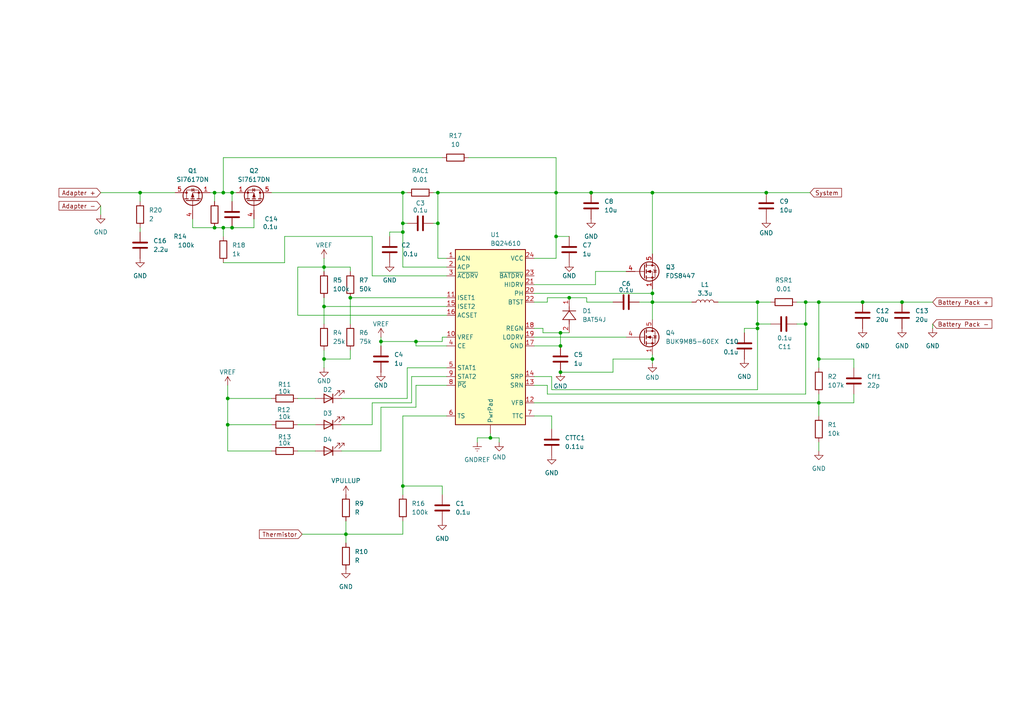
<source format=kicad_sch>
(kicad_sch (version 20250114) (generator "eeschema") (generator_version "9.0")
  (paper "A4")
  (lib_symbols
    (symbol "Battery_Management:BQ24610"
      (property "Reference" "U1" (at 0 29.718 0))
      (property "Value" "BQ24610" (at 0 27.178 0))
      (symbol "BQ24610_1_1"
        (rectangle (start -10.16 25.4) (end 10.16 -25.4) (stroke (width 0.254)) (fill (type background)))
        (pin input line (at -12.7 22.86 0) (length 2.54) (name "ACN") (number "1"))
        (pin input line (at -12.7 20.32 0) (length 2.54) (name "ACP") (number "2"))
        (pin output line (at -12.7 17.78 0) (length 2.54) (name "~{ACDRV}") (number "3"))
        (pin input line (at -12.7 11.43 0) (length 2.54) (name "ISET1") (number "11"))
        (pin input line (at -12.7 8.89 0) (length 2.54) (name "ISET2") (number "15"))
        (pin input line (at -12.7 6.35 0) (length 2.54) (name "ACSET") (number "16"))
        (pin power_out line (at -12.7 0 0) (length 2.54) (name "VREF") (number "10"))
        (pin input line (at -12.7 -2.54 0) (length 2.54) (name "CE") (number "4"))
        (pin open_collector line (at -12.7 -8.89 0) (length 2.54) (name "STAT1") (number "5"))
        (pin open_collector line (at -12.7 -11.43 0) (length 2.54) (name "STAT2") (number "9"))
        (pin open_collector line (at -12.7 -13.97 0) (length 2.54) (name "~{PG}") (number "8"))
        (pin input line (at -12.7 -22.86 0) (length 2.54) (name "TS") (number "6"))
        (pin power_in line (at 0 -27.94 90) (length 2.54) (name "PwrPad") (number ""))
        (pin passive line (at 0 -27.94 90) (length 2.54) (hide yes) (name "GND") (number "25"))
        (pin power_in line (at 12.7 22.86 180) (length 2.54) (name "VCC") (number "24"))
        (pin output line (at 12.7 17.78 180) (length 2.54) (name "~{BATDRV}") (number "23"))
        (pin output line (at 12.7 15.24 180) (length 2.54) (name "HIDRV") (number "21"))
        (pin power_in line (at 12.7 12.7 180) (length 2.54) (name "PH") (number "20"))
        (pin power_in line (at 12.7 10.16 180) (length 2.54) (name "BTST") (number "22"))
        (pin output line (at 12.7 2.54 180) (length 2.54) (name "REGN") (number "18"))
        (pin output line (at 12.7 0 180) (length 2.54) (name "LODRV") (number "19"))
        (pin power_in line (at 12.7 -2.54 180) (length 2.54) (name "GND") (number "17"))
        (pin input line (at 12.7 -11.43 180) (length 2.54) (name "SRP") (number "14"))
        (pin input line (at 12.7 -13.97 180) (length 2.54) (name "SRN") (number "13"))
        (pin output line (at 12.7 -19.05 180) (length 2.54) (name "VFB") (number "12"))
        (pin input line (at 12.7 -22.86 180) (length 2.54) (name "TTC") (number "7"))
      )
    )
    (symbol "D1 Senior Design:ZLLS350TA" (pin_names (offset 0.254))
      (property "Reference" "CR" (at 5.08 4.445 0))
      (property "Value" "ZLLS350TA" (at 5.08 -3.81 0))
      (symbol "ZLLS350TA_1_1"
        (polyline (pts (xy 2.54 0) (xy 3.4798 0)) (stroke (width 0.2032)))
        (polyline (pts (xy 3.175 0) (xy 3.81 0)) (stroke (width 0.2032)))
        (polyline (pts (xy 3.81 1.905) (xy 3.81 -1.905)) (stroke (width 0.2032)))
        (polyline (pts (xy 3.81 -1.905) (xy 6.35 0)) (stroke (width 0.2032)))
        (polyline (pts (xy 6.35 0) (xy 3.81 1.905)) (stroke (width 0.2032)))
        (polyline (pts (xy 6.35 0) (xy 7.62 0)) (stroke (width 0.2032)))
        (polyline (pts (xy 6.35 -1.905) (xy 6.35 1.905)) (stroke (width 0.2032)))
        (pin unspecified line (at 0 0 0) (length 2.54) (name "") (number "2"))
        (pin unspecified line (at 10.16 0 180) (length 2.54) (name "") (number "1"))
      )
      (symbol "ZLLS350TA_1_2"
        (polyline (pts (xy -1.905 3.81) (xy 1.905 3.81)) (stroke (width 0.2032)))
        (polyline (pts (xy 0 6.35) (xy -1.905 3.81)) (stroke (width 0.2032)))
        (polyline (pts (xy 0 6.35) (xy 0 7.62)) (stroke (width 0.2032)))
        (polyline (pts (xy 0 3.175) (xy 0 3.81)) (stroke (width 0.2032)))
        (polyline (pts (xy 0 2.54) (xy 0 3.4798)) (stroke (width 0.2032)))
        (polyline (pts (xy 1.905 6.35) (xy -1.905 6.35)) (stroke (width 0.2032)))
        (polyline (pts (xy 1.905 3.81) (xy 0 6.35)) (stroke (width 0.2032)))
        (pin unspecified line (at 0 10.16 270) (length 2.54) (name "") (number "1"))
        (pin unspecified line (at 0 0 90) (length 2.54) (name "") (number "2"))
      )
    )
    (symbol "Device:C" (pin_numbers (hide yes)) (pin_names (offset 0.254))
      (property "Reference" "C" (at 0.635 2.54 0))
      (property "Value" "C" (at 0.635 -2.54 0))
      (symbol "C_0_1"
        (polyline (pts (xy -2.032 0.762) (xy 2.032 0.762)) (stroke (width 0.508)))
        (polyline (pts (xy -2.032 -0.762) (xy 2.032 -0.762)) (stroke (width 0.508)))
      )
      (symbol "C_1_1"
        (pin passive line (at 0 3.81 270) (length 2.794) (name "~") (number "1"))
        (pin passive line (at 0 -3.81 90) (length 2.794) (name "~") (number "2"))
      )
    )
    (symbol "Device:L" (pin_numbers (hide yes)) (pin_names (offset 1.016) (hide yes))
      (property "Reference" "L" (at -1.27 0 90))
      (property "Value" "L" (at 1.905 0 90))
      (symbol "L_0_1"
        (arc (start 0 2.54) (mid 0.6323 1.905) (end 0 1.27))
        (arc (start 0 1.27) (mid 0.6323 0.635) (end 0 0))
        (arc (start 0 0) (mid 0.6323 -0.635) (end 0 -1.27))
        (arc (start 0 -1.27) (mid 0.6323 -1.905) (end 0 -2.54))
      )
      (symbol "L_1_1"
        (pin passive line (at 0 3.81 270) (length 1.27) (name "1") (number "1"))
        (pin passive line (at 0 -3.81 90) (length 1.27) (name "2") (number "2"))
      )
    )
    (symbol "Device:LED" (pin_numbers (hide yes)) (pin_names (offset 1.016) (hide yes))
      (property "Reference" "D" (at 0 2.54 0))
      (property "Value" "LED" (at 0 -2.54 0))
      (symbol "LED_0_1"
        (polyline (pts (xy -3.048 -0.762) (xy -4.572 -2.286) (xy -3.81 -2.286) (xy -4.572 -2.286) (xy -4.572 -1.524)))
        (polyline (pts (xy -1.778 -0.762) (xy -3.302 -2.286) (xy -2.54 -2.286) (xy -3.302 -2.286) (xy -3.302 -1.524)))
        (polyline (pts (xy -1.27 0) (xy 1.27 0)))
        (polyline (pts (xy -1.27 -1.27) (xy -1.27 1.27)) (stroke (width 0.254)))
        (polyline (pts (xy 1.27 -1.27) (xy 1.27 1.27) (xy -1.27 0) (xy 1.27 -1.27)) (stroke (width 0.254)))
      )
      (symbol "LED_1_1"
        (pin passive line (at -3.81 0 0) (length 2.54) (name "K") (number "1"))
        (pin passive line (at 3.81 0 180) (length 2.54) (name "A") (number "2"))
      )
    )
    (symbol "Device:R" (pin_numbers (hide yes)) (pin_names (offset 0))
      (property "Reference" "R" (at 2.032 0 90))
      (property "Value" "R" (at 0 0 90))
      (symbol "R_0_1"
        (rectangle (start -1.016 -2.54) (end 1.016 2.54) (stroke (width 0.254)))
      )
      (symbol "R_1_1"
        (pin passive line (at 0 3.81 270) (length 1.27) (name "~") (number "1"))
        (pin passive line (at 0 -3.81 90) (length 1.27) (name "~") (number "2"))
      )
    )
    (symbol "Transistor_FET:BUK9M85-60EX" (pin_names (hide yes))
      (property "Reference" "Q" (at 5.08 1.905 0))
      (property "Value" "BUK9M85-60EX" (at 5.08 0 0))
      (symbol "BUK9M85-60EX_0_1"
        (polyline (pts (xy 0.254 1.905) (xy 0.254 -1.905)) (stroke (width 0.254)))
        (polyline (pts (xy 0.254 0) (xy -2.54 0)))
        (polyline (pts (xy 0.762 2.286) (xy 0.762 1.27)) (stroke (width 0.254)))
        (polyline (pts (xy 0.762 0.508) (xy 0.762 -0.508)) (stroke (width 0.254)))
        (polyline (pts (xy 0.762 -1.27) (xy 0.762 -2.286)) (stroke (width 0.254)))
        (polyline (pts (xy 0.762 -1.778) (xy 3.302 -1.778) (xy 3.302 1.778) (xy 0.762 1.778)))
        (polyline (pts (xy 1.016 0) (xy 2.032 0.381) (xy 2.032 -0.381) (xy 1.016 0)) (fill (type outline)))
        (circle (center 1.651 0) (radius 2.794) (stroke (width 0.254)))
        (polyline (pts (xy 2.54 2.54) (xy 2.54 1.778)))
        (circle (center 2.54 1.778) (radius 0.254) (fill (type outline)))
        (circle (center 2.54 -1.778) (radius 0.254) (fill (type outline)))
        (polyline (pts (xy 2.54 -2.54) (xy 2.54 0) (xy 0.762 0)))
        (polyline (pts (xy 2.794 0.508) (xy 2.921 0.381) (xy 3.683 0.381) (xy 3.81 0.254)))
        (polyline (pts (xy 3.302 0.381) (xy 2.921 -0.254) (xy 3.683 -0.254) (xy 3.302 0.381)))
      )
      (symbol "BUK9M85-60EX_1_1"
        (pin passive line (at -5.08 0 0) (length 2.54) (name "G") (number "4"))
        (pin passive line (at 2.54 5.08 270) (length 2.54) (name "D") (number "5"))
        (pin passive line (at 2.54 -5.08 90) (length 2.54) (name "S") (number "1"))
        (pin passive line (at 2.54 -5.08 90) (length 2.54) (hide yes) (name "S") (number "2"))
        (pin passive line (at 2.54 -5.08 90) (length 2.54) (hide yes) (name "S") (number "3"))
      )
    )
    (symbol "Transistor_FET:Si7617DN" (pin_names (hide yes))
      (property "Reference" "Q" (at 5.08 1.905 0))
      (property "Value" "Si7617DN" (at 5.08 0 0))
      (symbol "Si7617DN_0_1"
        (polyline (pts (xy 0.254 1.905) (xy 0.254 -1.905)) (stroke (width 0.254)))
        (polyline (pts (xy 0.254 0) (xy -2.54 0)))
        (polyline (pts (xy 0.762 2.286) (xy 0.762 1.27)) (stroke (width 0.254)))
        (polyline (pts (xy 0.762 1.778) (xy 3.302 1.778) (xy 3.302 -1.778) (xy 0.762 -1.778)))
        (polyline (pts (xy 0.762 0.508) (xy 0.762 -0.508)) (stroke (width 0.254)))
        (polyline (pts (xy 0.762 -1.27) (xy 0.762 -2.286)) (stroke (width 0.254)))
        (circle (center 1.651 0) (radius 2.794) (stroke (width 0.254)))
        (polyline (pts (xy 2.286 0) (xy 1.27 0.381) (xy 1.27 -0.381) (xy 2.286 0)) (fill (type outline)))
        (polyline (pts (xy 2.54 2.54) (xy 2.54 1.778)))
        (circle (center 2.54 1.778) (radius 0.254) (fill (type outline)))
        (circle (center 2.54 -1.778) (radius 0.254) (fill (type outline)))
        (polyline (pts (xy 2.54 -2.54) (xy 2.54 0) (xy 0.762 0)))
        (polyline (pts (xy 2.794 -0.508) (xy 2.921 -0.381) (xy 3.683 -0.381) (xy 3.81 -0.254)))
        (polyline (pts (xy 3.302 -0.381) (xy 2.921 0.254) (xy 3.683 0.254) (xy 3.302 -0.381)))
      )
      (symbol "Si7617DN_1_1"
        (pin input line (at -5.08 0 0) (length 2.54) (name "G") (number "4"))
        (pin passive line (at 2.54 5.08 270) (length 2.54) (name "D") (number "5"))
        (pin passive line (at 2.54 -5.08 90) (length 2.54) (name "S") (number "1"))
        (pin passive line (at 2.54 -5.08 90) (length 2.54) (hide yes) (name "S") (number "2"))
        (pin passive line (at 2.54 -5.08 90) (length 2.54) (hide yes) (name "S") (number "3"))
      )
    )
    (symbol "power:GND" (power) (pin_numbers (hide yes)) (pin_names (offset 0) (hide yes))
      (property "Value" "GND" (at 0 -3.81 0))
      (symbol "GND_0_1"
        (polyline (pts (xy 0 0) (xy 0 -1.27) (xy 1.27 -1.27) (xy 0 -2.54) (xy -1.27 -1.27) (xy 0 -1.27)))
      )
      (symbol "GND_1_1"
        (pin power_in line (at 0 0 270) (length 0) (name "~") (number "1"))
      )
    )
    (symbol "power:GNDREF" (power) (pin_numbers (hide yes)) (pin_names (offset 0) (hide yes))
      (property "Value" "GNDREF" (at 0 -3.81 0))
      (symbol "GNDREF_0_1"
        (polyline (pts (xy -0.635 -1.905) (xy 0.635 -1.905)))
        (polyline (pts (xy -0.127 -2.54) (xy 0.127 -2.54)))
        (polyline (pts (xy 0 -1.27) (xy 0 0)))
        (polyline (pts (xy 1.27 -1.27) (xy -1.27 -1.27)))
      )
      (symbol "GNDREF_1_1"
        (pin power_in line (at 0 0 270) (length 0) (name "~") (number "1"))
      )
    )
    (symbol "power:VAA" (power) (pin_numbers (hide yes)) (pin_names (offset 0) (hide yes))
      (property "Value" "VAA" (at 0 3.556 0))
      (symbol "VAA_0_1"
        (polyline (pts (xy -0.762 1.27) (xy 0 2.54)))
        (polyline (pts (xy 0 2.54) (xy 0.762 1.27)))
        (polyline (pts (xy 0 0) (xy 0 2.54)))
      )
      (symbol "VAA_1_1"
        (pin power_in line (at 0 0 90) (length 0) (name "~") (number "1"))
      )
    )
    (symbol "power:VCC" (power) (pin_numbers (hide yes)) (pin_names (offset 0) (hide yes))
      (property "Value" "VCC" (at 0 3.556 0))
      (symbol "VCC_0_1"
        (polyline (pts (xy -0.762 1.27) (xy 0 2.54)))
        (polyline (pts (xy 0 2.54) (xy 0.762 1.27)))
        (polyline (pts (xy 0 0) (xy 0 2.54)))
      )
      (symbol "VCC_1_1"
        (pin power_in line (at 0 0 90) (length 0) (name "~") (number "1"))
      )
    )
  )
  (junction (at 233.68 87.63))
  (junction (at 101.6 86.36))
  (junction (at 100.33 154.94))
  (junction (at 219.71 93.98))
  (junction (at 93.98 104.14))
  (junction (at 161.29 68.58))
  (junction (at 93.98 88.9))
  (junction (at 142.24 127))
  (junction (at 189.23 85.09))
  (junction (at 127 55.88))
  (junction (at 161.29 55.88))
  (junction (at 219.71 95.25))
  (junction (at 165.1 86.36))
  (junction (at 171.45 55.88))
  (junction (at 237.49 104.14))
  (junction (at 189.23 104.14))
  (junction (at 64.77 55.88))
  (junction (at 162.56 96.52))
  (junction (at 64.77 66.04))
  (junction (at 116.84 140.97))
  (junction (at 40.64 55.88))
  (junction (at 120.65 99.06))
  (junction (at 261.62 87.63))
  (junction (at 116.84 67.31))
  (junction (at 237.49 116.84))
  (junction (at 116.84 55.88))
  (junction (at 67.31 66.04))
  (junction (at 250.19 87.63))
  (junction (at 219.71 87.63))
  (junction (at 222.25 55.88))
  (junction (at 127 64.77))
  (junction (at 66.04 115.57))
  (junction (at 189.23 87.63))
  (junction (at 62.23 55.88))
  (junction (at 62.23 66.04))
  (junction (at 162.56 107.95))
  (junction (at 116.84 64.77))
  (junction (at 237.49 87.63))
  (junction (at 233.68 93.98))
  (junction (at 189.23 55.88))
  (junction (at 93.98 77.47))
  (junction (at 162.56 100.33))
  (junction (at 110.49 99.06))
  (junction (at 67.31 55.88))
  (junction (at 66.04 123.19))
  (wire (pts (xy 116.84 67.31) (xy 113.03 67.31)))
  (wire (pts (xy 101.6 78.74) (xy 101.6 77.47)))
  (wire (pts (xy 237.49 87.63) (xy 250.19 87.63)))
  (wire (pts (xy 73.66 66.04) (xy 73.66 63.5)))
  (wire (pts (xy 170.18 87.63) (xy 170.18 86.36)))
  (wire (pts (xy 170.18 86.36) (xy 165.1 86.36)))
  (wire (pts (xy 237.49 87.63) (xy 237.49 104.14)))
  (wire (pts (xy 162.56 96.52) (xy 165.1 96.52)))
  (wire (pts (xy 101.6 86.36) (xy 129.54 86.36)))
  (wire (pts (xy 120.65 118.11) (xy 110.49 118.11)))
  (wire (pts (xy 29.21 59.69) (xy 29.21 62.23)))
  (wire (pts (xy 93.98 74.93) (xy 93.98 77.47)))
  (wire (pts (xy 66.04 115.57) (xy 66.04 123.19)))
  (wire (pts (xy 247.65 116.84) (xy 237.49 116.84)))
  (wire (pts (xy 120.65 99.06) (xy 128.27 99.06)))
  (wire (pts (xy 219.71 95.25) (xy 219.71 93.98)))
  (wire (pts (xy 219.71 95.25) (xy 215.9 95.25)))
  (wire (pts (xy 82.55 68.58) (xy 82.55 76.2)))
  (wire (pts (xy 129.54 109.22) (xy 119.38 109.22)))
  (wire (pts (xy 100.33 151.13) (xy 100.33 154.94)))
  (wire (pts (xy 208.28 87.63) (xy 219.71 87.63)))
  (wire (pts (xy 125.73 64.77) (xy 127 64.77)))
  (wire (pts (xy 270.51 93.98) (xy 270.51 95.25)))
  (wire (pts (xy 250.19 87.63) (xy 261.62 87.63)))
  (wire (pts (xy 223.52 87.63) (xy 219.71 87.63)))
  (wire (pts (xy 154.94 109.22) (xy 160.02 109.22)))
  (wire (pts (xy 78.74 55.88) (xy 116.84 55.88)))
  (wire (pts (xy 64.77 76.2) (xy 82.55 76.2)))
  (wire (pts (xy 144.78 127) (xy 144.78 128.27)))
  (wire (pts (xy 161.29 55.88) (xy 161.29 68.58)))
  (wire (pts (xy 67.31 55.88) (xy 67.31 58.42)))
  (wire (pts (xy 129.54 111.76) (xy 120.65 111.76)))
  (wire (pts (xy 120.65 111.76) (xy 120.65 118.11)))
  (wire (pts (xy 219.71 113.03) (xy 219.71 95.25)))
  (wire (pts (xy 93.98 101.6) (xy 93.98 104.14)))
  (wire (pts (xy 29.21 55.88) (xy 40.64 55.88)))
  (wire (pts (xy 247.65 104.14) (xy 237.49 104.14)))
  (wire (pts (xy 135.89 45.72) (xy 161.29 45.72)))
  (wire (pts (xy 185.42 87.63) (xy 189.23 87.63)))
  (wire (pts (xy 100.33 154.94) (xy 87.63 154.94)))
  (wire (pts (xy 261.62 87.63) (xy 270.51 87.63)))
  (wire (pts (xy 160.02 113.03) (xy 219.71 113.03)))
  (wire (pts (xy 233.68 87.63) (xy 237.49 87.63)))
  (wire (pts (xy 233.68 93.98) (xy 233.68 87.63)))
  (wire (pts (xy 116.84 64.77) (xy 116.84 67.31)))
  (wire (pts (xy 189.23 104.14) (xy 189.23 105.41)))
  (wire (pts (xy 160.02 120.65) (xy 154.94 120.65)))
  (wire (pts (xy 189.23 85.09) (xy 189.23 87.63)))
  (wire (pts (xy 158.75 111.76) (xy 158.75 114.3)))
  (wire (pts (xy 158.75 86.36) (xy 165.1 86.36)))
  (wire (pts (xy 62.23 66.04) (xy 64.77 66.04)))
  (wire (pts (xy 127 74.93) (xy 127 64.77)))
  (wire (pts (xy 116.84 67.31) (xy 116.84 77.47)))
  (wire (pts (xy 116.84 55.88) (xy 116.84 64.77)))
  (wire (pts (xy 142.24 127) (xy 144.78 127)))
  (wire (pts (xy 165.1 68.58) (xy 161.29 68.58)))
  (wire (pts (xy 162.56 107.95) (xy 177.8 107.95)))
  (wire (pts (xy 154.94 95.25) (xy 157.48 95.25)))
  (wire (pts (xy 120.65 100.33) (xy 129.54 100.33)))
  (wire (pts (xy 116.84 140.97) (xy 116.84 143.51)))
  (wire (pts (xy 60.96 55.88) (xy 62.23 55.88)))
  (wire (pts (xy 129.54 97.79) (xy 128.27 97.79)))
  (wire (pts (xy 118.11 115.57) (xy 99.06 115.57)))
  (wire (pts (xy 66.04 123.19) (xy 78.74 123.19)))
  (wire (pts (xy 222.25 55.88) (xy 234.95 55.88)))
  (wire (pts (xy 110.49 99.06) (xy 110.49 100.33)))
  (wire (pts (xy 129.54 77.47) (xy 116.84 77.47)))
  (wire (pts (xy 116.84 120.65) (xy 116.84 140.97)))
  (wire (pts (xy 110.49 99.06) (xy 120.65 99.06)))
  (wire (pts (xy 40.64 66.04) (xy 40.64 67.31)))
  (wire (pts (xy 154.94 111.76) (xy 158.75 111.76)))
  (wire (pts (xy 107.95 68.58) (xy 82.55 68.58)))
  (wire (pts (xy 86.36 77.47) (xy 86.36 91.44)))
  (wire (pts (xy 128.27 97.79) (xy 128.27 99.06)))
  (wire (pts (xy 215.9 95.25) (xy 215.9 96.52)))
  (wire (pts (xy 40.64 55.88) (xy 40.64 58.42)))
  (wire (pts (xy 237.49 128.27) (xy 237.49 130.81)))
  (wire (pts (xy 64.77 55.88) (xy 67.31 55.88)))
  (wire (pts (xy 161.29 55.88) (xy 171.45 55.88)))
  (wire (pts (xy 233.68 114.3) (xy 233.68 93.98)))
  (wire (pts (xy 189.23 87.63) (xy 189.23 92.71)))
  (wire (pts (xy 142.24 125.73) (xy 142.24 127)))
  (wire (pts (xy 161.29 68.58) (xy 161.29 74.93)))
  (wire (pts (xy 177.8 107.95) (xy 177.8 104.14)))
  (wire (pts (xy 129.54 120.65) (xy 116.84 120.65)))
  (wire (pts (xy 162.56 96.52) (xy 162.56 100.33)))
  (wire (pts (xy 127 64.77) (xy 127 55.88)))
  (wire (pts (xy 100.33 154.94) (xy 100.33 157.48)))
  (wire (pts (xy 129.54 80.01) (xy 107.95 80.01)))
  (wire (pts (xy 93.98 86.36) (xy 93.98 88.9)))
  (wire (pts (xy 99.06 123.19) (xy 107.95 123.19)))
  (wire (pts (xy 116.84 64.77) (xy 118.11 64.77)))
  (wire (pts (xy 189.23 55.88) (xy 222.25 55.88)))
  (wire (pts (xy 118.11 106.68) (xy 118.11 115.57)))
  (wire (pts (xy 172.72 78.74) (xy 172.72 82.55)))
  (wire (pts (xy 86.36 91.44) (xy 129.54 91.44)))
  (wire (pts (xy 93.98 88.9) (xy 93.98 93.98)))
  (wire (pts (xy 154.94 116.84) (xy 237.49 116.84)))
  (wire (pts (xy 101.6 104.14) (xy 101.6 101.6)))
  (wire (pts (xy 154.94 87.63) (xy 158.75 87.63)))
  (wire (pts (xy 247.65 106.68) (xy 247.65 104.14)))
  (wire (pts (xy 154.94 97.79) (xy 181.61 97.79)))
  (wire (pts (xy 154.94 100.33) (xy 162.56 100.33)))
  (wire (pts (xy 93.98 104.14) (xy 101.6 104.14)))
  (wire (pts (xy 86.36 115.57) (xy 91.44 115.57)))
  (wire (pts (xy 116.84 140.97) (xy 128.27 140.97)))
  (wire (pts (xy 129.54 88.9) (xy 93.98 88.9)))
  (wire (pts (xy 101.6 77.47) (xy 93.98 77.47)))
  (wire (pts (xy 237.49 116.84) (xy 237.49 120.65)))
  (wire (pts (xy 181.61 78.74) (xy 172.72 78.74)))
  (wire (pts (xy 113.03 67.31) (xy 113.03 68.58)))
  (wire (pts (xy 125.73 55.88) (xy 127 55.88)))
  (wire (pts (xy 219.71 93.98) (xy 223.52 93.98)))
  (wire (pts (xy 62.23 66.04) (xy 55.88 66.04)))
  (wire (pts (xy 161.29 45.72) (xy 161.29 55.88)))
  (wire (pts (xy 138.43 128.27) (xy 138.43 127)))
  (wire (pts (xy 119.38 116.84) (xy 107.95 116.84)))
  (wire (pts (xy 128.27 140.97) (xy 128.27 143.51)))
  (wire (pts (xy 62.23 55.88) (xy 62.23 58.42)))
  (wire (pts (xy 233.68 93.98) (xy 231.14 93.98)))
  (wire (pts (xy 93.98 77.47) (xy 93.98 78.74)))
  (wire (pts (xy 177.8 104.14) (xy 189.23 104.14)))
  (wire (pts (xy 158.75 114.3) (xy 233.68 114.3)))
  (wire (pts (xy 64.77 66.04) (xy 67.31 66.04)))
  (wire (pts (xy 189.23 87.63) (xy 200.66 87.63)))
  (wire (pts (xy 86.36 123.19) (xy 91.44 123.19)))
  (wire (pts (xy 67.31 55.88) (xy 68.58 55.88)))
  (wire (pts (xy 100.33 154.94) (xy 116.84 154.94)))
  (wire (pts (xy 161.29 74.93) (xy 154.94 74.93)))
  (wire (pts (xy 157.48 96.52) (xy 162.56 96.52)))
  (wire (pts (xy 64.77 45.72) (xy 128.27 45.72)))
  (wire (pts (xy 237.49 114.3) (xy 237.49 116.84)))
  (wire (pts (xy 107.95 116.84) (xy 107.95 123.19)))
  (wire (pts (xy 189.23 83.82) (xy 189.23 85.09)))
  (wire (pts (xy 158.75 87.63) (xy 158.75 86.36)))
  (wire (pts (xy 55.88 66.04) (xy 55.88 63.5)))
  (wire (pts (xy 129.54 74.93) (xy 127 74.93)))
  (wire (pts (xy 107.95 80.01) (xy 107.95 68.58)))
  (wire (pts (xy 66.04 115.57) (xy 78.74 115.57)))
  (wire (pts (xy 62.23 55.88) (xy 64.77 55.88)))
  (wire (pts (xy 172.72 82.55) (xy 154.94 82.55)))
  (wire (pts (xy 160.02 109.22) (xy 160.02 113.03)))
  (wire (pts (xy 160.02 124.46) (xy 160.02 120.65)))
  (wire (pts (xy 154.94 85.09) (xy 189.23 85.09)))
  (wire (pts (xy 110.49 118.11) (xy 110.49 130.81)))
  (wire (pts (xy 157.48 95.25) (xy 157.48 96.52)))
  (wire (pts (xy 64.77 55.88) (xy 64.77 45.72)))
  (wire (pts (xy 120.65 99.06) (xy 120.65 100.33)))
  (wire (pts (xy 189.23 102.87) (xy 189.23 104.14)))
  (wire (pts (xy 40.64 55.88) (xy 50.8 55.88)))
  (wire (pts (xy 116.84 55.88) (xy 118.11 55.88)))
  (wire (pts (xy 231.14 87.63) (xy 233.68 87.63)))
  (wire (pts (xy 67.31 66.04) (xy 73.66 66.04)))
  (wire (pts (xy 237.49 104.14) (xy 237.49 106.68)))
  (wire (pts (xy 110.49 130.81) (xy 99.06 130.81)))
  (wire (pts (xy 127 55.88) (xy 161.29 55.88)))
  (wire (pts (xy 116.84 151.13) (xy 116.84 154.94)))
  (wire (pts (xy 171.45 55.88) (xy 189.23 55.88)))
  (wire (pts (xy 66.04 111.76) (xy 66.04 115.57)))
  (wire (pts (xy 93.98 104.14) (xy 93.98 106.68)))
  (wire (pts (xy 64.77 66.04) (xy 64.77 68.58)))
  (wire (pts (xy 129.54 106.68) (xy 118.11 106.68)))
  (wire (pts (xy 138.43 127) (xy 142.24 127)))
  (wire (pts (xy 101.6 86.36) (xy 101.6 93.98)))
  (wire (pts (xy 110.49 97.79) (xy 110.49 99.06)))
  (wire (pts (xy 119.38 109.22) (xy 119.38 116.84)))
  (wire (pts (xy 86.36 130.81) (xy 91.44 130.81)))
  (wire (pts (xy 247.65 114.3) (xy 247.65 116.84)))
  (wire (pts (xy 66.04 130.81) (xy 78.74 130.81)))
  (wire (pts (xy 219.71 87.63) (xy 219.71 93.98)))
  (wire (pts (xy 86.36 77.47) (xy 93.98 77.47)))
  (wire (pts (xy 177.8 87.63) (xy 170.18 87.63)))
  (wire (pts (xy 66.04 123.19) (xy 66.04 130.81)))
  (wire (pts (xy 189.23 55.88) (xy 189.23 73.66)))
  (global_label "System" (shape input) (at 234.95 55.88 0) (property "Intersheetrefs" "${INTERSHEET_REFS}" (effects (hide yes))))
  (global_label "Thermistor" (shape input) (at 87.63 154.94 180) (property "Intersheetrefs" "${INTERSHEET_REFS}" (effects (hide yes))))
  (global_label "Adapter +" (shape input) (at 29.21 55.88 180) (property "Intersheetrefs" "${INTERSHEET_REFS}" (effects (hide yes))))
  (global_label "Battery Pack +" (shape input) (at 270.51 87.63 0) (property "Intersheetrefs" "${INTERSHEET_REFS}" (effects (hide yes))))
  (global_label "Adapter -" (shape input) (at 29.21 59.69 180) (property "Intersheetrefs" "${INTERSHEET_REFS}" (effects (hide yes))))
  (global_label "Battery Pack -" (shape input) (at 270.51 93.98 0) (property "Intersheetrefs" "${INTERSHEET_REFS}" (effects (hide yes))))
  (symbol (lib_id "Device:C") (at 261.62 91.44 0) (unit 1)
    (property "Reference" "C13" (at 265.43 90.1699 0) (effects (justify left)))
    (property "Value" "20u" (at 265.43 92.7099 0) (effects (justify left)))
    (property "Footprint" "Capacitor_SMD:C_0201_0603Metric" (effects (hide yes)))
    (property "Description" "Unpolarized capacitor" (effects (hide yes)))
  )
  (symbol (lib_id "Device:C") (at 121.92 64.77 90) (unit 1)
    (property "Reference" "C3" (at 121.92 58.928 90))
    (property "Value" "0.1u" (at 121.92 60.96 90))
    (property "Footprint" "Capacitor_SMD:C_0201_0603Metric" (effects (hide yes)))
    (property "Description" "Unpolarized capacitor" (effects (hide yes)))
  )
  (symbol (lib_id "Device:R") (at 82.55 123.19 270) (unit 1)
    (property "Reference" "R12" (at 82.296 118.872 90))
    (property "Value" "10k" (at 82.55 120.904 90))
    (property "Footprint" "Resistor_SMD:R_0201_0603Metric" (effects (hide yes)))
    (property "Description" "Resistor" (effects (hide yes)))
  )
  (symbol (lib_id "Transistor_FET:Si7617DN") (at 73.66 58.42 270) (mirror x) (unit 1)
    (property "Reference" "Q2" (at 73.66 49.53 90))
    (property "Value" "Si7617DN" (at 73.66 52.07 90))
    (property "Footprint" "Package_SO:Vishay_PowerPAK_1212-8_Single" (effects (hide yes)))
    (property "Datasheet" "https://www.vishay.com/docs/65164/si7617dn.pdf" (effects (hide yes)))
    (property "Description" "-35A Id, -30V Vds, 0.0123 Ohm Ron, PowerPAK-8" (effects (hide yes)))
  )
  (symbol (lib_id "Device:L") (at 204.47 87.63 90) (unit 1)
    (property "Reference" "L1" (at 204.47 82.55 90))
    (property "Value" "3.3u" (at 204.47 85.09 90))
    (property "Footprint" "L1 Senior Design:IND_IHLP-5050CE_VIS" (effects (hide yes)))
    (property "Description" "Inductor" (effects (hide yes)))
  )
  (symbol (lib_id "power:VCC") (at 110.49 97.79 0) (unit 1)
    (property "Reference" "#PWR03" (effects (hide yes)))
    (property "Value" "VREF" (at 110.49 93.98 0))
    (property "Description" "Power symbol creates a global label with name \"VCC\"" (effects (hide yes)))
  )
  (symbol (lib_id "Device:R") (at 62.23 62.23 0) (unit 1)
    (property "Reference" "R14" (at 50.292 68.58 0) (effects (justify left)))
    (property "Value" "100k" (at 51.562 71.12 0) (effects (justify left)))
    (property "Footprint" "Resistor_SMD:R_0201_0603Metric" (effects (hide yes)))
    (property "Description" "Resistor" (effects (hide yes)))
  )
  (symbol (lib_id "Transistor_FET:BUK9M85-60EX") (at 186.69 97.79 0) (unit 1)
    (property "Reference" "Q4" (at 193.04 96.5199 0) (effects (justify left)))
    (property "Value" "BUK9M85-60EX" (at 193.04 99.0599 0) (effects (justify left)))
    (property "Footprint" "Package_TO_SOT_SMD:LFPAK33" (effects (hide yes)))
    (property "Datasheet" "https://assets.nexperia.com/documents/data-sheet/BUK9M85-60E.pdf" (effects (hide yes)))
    (property "Description" "12.8A Id, 60V Vds, N-Channel TrenchMOS MOSFET, 73mOhm Ron, 4.4nC Qqd, -55 to 175 °C, LFPAK33" (effects (hide yes)))
  )
  (symbol (lib_id "power:GND") (at 165.1 76.2 0) (unit 1)
    (property "Reference" "#PWR08" (effects (hide yes)))
    (property "Value" "GND" (at 165.1 80.01 0))
    (property "Description" "Power symbol creates a global label with name \"GND\" , ground" (effects (hide yes)))
  )
  (symbol (lib_id "power:GND") (at 222.25 63.5 0) (unit 1)
    (property "Reference" "#PWR010" (effects (hide yes)))
    (property "Value" "GND" (at 222.25 67.564 0))
    (property "Description" "Power symbol creates a global label with name \"GND\" , ground" (effects (hide yes)))
  )
  (symbol (lib_id "Device:C") (at 113.03 72.39 0) (unit 1)
    (property "Reference" "C2" (at 116.332 71.12 0) (effects (justify left)))
    (property "Value" "0.1u" (at 116.84 73.6599 0) (effects (justify left)))
    (property "Footprint" "Capacitor_SMD:C_0201_0603Metric" (effects (hide yes)))
    (property "Description" "Unpolarized capacitor" (effects (hide yes)))
  )
  (symbol (lib_id "Device:R") (at 132.08 45.72 90) (unit 1)
    (property "Reference" "R17" (at 132.08 39.37 90))
    (property "Value" "10" (at 132.08 41.91 90))
    (property "Footprint" "Resistor_SMD:R_0201_0603Metric" (effects (hide yes)))
    (property "Description" "Resistor" (effects (hide yes)))
  )
  (symbol (lib_id "power:GND") (at 113.03 76.2 0) (unit 1)
    (property "Reference" "#PWR023" (effects (hide yes)))
    (property "Value" "GND" (at 113.03 81.28 0))
    (property "Description" "Power symbol creates a global label with name \"GND\" , ground" (effects (hide yes)))
  )
  (symbol (lib_id "power:GND") (at 162.56 107.95 0) (unit 1)
    (property "Reference" "#PWR012" (effects (hide yes)))
    (property "Value" "GND" (at 162.56 112.014 0))
    (property "Description" "Power symbol creates a global label with name \"GND\" , ground" (effects (hide yes)))
  )
  (symbol (lib_id "power:GND") (at 40.64 74.93 0) (unit 1)
    (property "Reference" "#PWR01" (effects (hide yes)))
    (property "Value" "GND" (at 40.64 80.01 0))
    (property "Description" "Power symbol creates a global label with name \"GND\" , ground" (effects (hide yes)))
  )
  (symbol (lib_id "Device:R") (at 82.55 115.57 270) (unit 1)
    (property "Reference" "R11" (at 82.55 111.506 90))
    (property "Value" "10k" (at 82.55 113.538 90))
    (property "Footprint" "Resistor_SMD:R_0201_0603Metric" (effects (hide yes)))
    (property "Description" "Resistor" (effects (hide yes)))
  )
  (symbol (lib_id "Device:C") (at 165.1 72.39 0) (unit 1)
    (property "Reference" "C7" (at 168.91 71.1199 0) (effects (justify left)))
    (property "Value" "1u" (at 168.91 73.6599 0) (effects (justify left)))
    (property "Footprint" "Capacitor_SMD:C_0201_0603Metric" (effects (hide yes)))
    (property "Description" "Unpolarized capacitor" (effects (hide yes)))
  )
  (symbol (lib_id "power:GND") (at 160.02 132.08 0) (unit 1)
    (property "Reference" "#PWR017" (effects (hide yes)))
    (property "Value" "GND" (at 160.02 137.16 0))
    (property "Description" "Power symbol creates a global label with name \"GND\" , ground" (effects (hide yes)))
  )
  (symbol (lib_id "power:GND") (at 110.49 107.95 0) (unit 1)
    (property "Reference" "#PWR02" (effects (hide yes)))
    (property "Value" "GND" (at 110.49 111.76 0))
    (property "Description" "Power symbol creates a global label with name \"GND\" , ground" (effects (hide yes)))
  )
  (symbol (lib_id "Device:C") (at 181.61 87.63 270) (unit 1)
    (property "Reference" "C6" (at 181.61 82.296 90))
    (property "Value" "0.1u" (at 181.61 84.074 90))
    (property "Footprint" "Capacitor_SMD:C_0201_0603Metric" (effects (hide yes)))
    (property "Description" "Unpolarized capacitor" (effects (hide yes)))
  )
  (symbol (lib_id "Device:R") (at 237.49 124.46 0) (unit 1)
    (property "Reference" "R1" (at 240.03 123.1899 0) (effects (justify left)))
    (property "Value" "10k" (at 240.03 125.7299 0) (effects (justify left)))
    (property "Footprint" "Resistor_SMD:R_0201_0603Metric" (effects (hide yes)))
    (property "Description" "Resistor" (effects (hide yes)))
  )
  (symbol (lib_id "Device:C") (at 250.19 91.44 0) (unit 1)
    (property "Reference" "C12" (at 254 90.1699 0) (effects (justify left)))
    (property "Value" "20u" (at 254 92.7099 0) (effects (justify left)))
    (property "Footprint" "Capacitor_SMD:C_0201_0603Metric" (effects (hide yes)))
    (property "Description" "Unpolarized capacitor" (effects (hide yes)))
  )
  (symbol (lib_id "power:GND") (at 261.62 95.25 0) (unit 1)
    (property "Reference" "#PWR015" (effects (hide yes)))
    (property "Value" "GND" (at 261.62 100.33 0))
    (property "Description" "Power symbol creates a global label with name \"GND\" , ground" (effects (hide yes)))
  )
  (symbol (lib_id "Device:C") (at 247.65 110.49 0) (unit 1)
    (property "Reference" "Cff1" (at 251.46 109.2199 0) (effects (justify left)))
    (property "Value" "22p" (at 251.46 111.7599 0) (effects (justify left)))
    (property "Footprint" "Capacitor_SMD:C_0201_0603Metric" (effects (hide yes)))
    (property "Description" "Unpolarized capacitor" (effects (hide yes)))
  )
  (symbol (lib_id "power:VCC") (at 93.98 74.93 0) (unit 1)
    (property "Reference" "#PWR06" (effects (hide yes)))
    (property "Value" "VREF" (at 93.98 71.12 0))
    (property "Description" "Power symbol creates a global label with name \"VCC\"" (effects (hide yes)))
  )
  (symbol (lib_id "Device:C") (at 215.9 100.33 180) (unit 1)
    (property "Reference" "C10" (at 210.312 99.06 0) (effects (justify right)))
    (property "Value" "0.1u" (at 209.804 102.108 0) (effects (justify right)))
    (property "Footprint" "Resistor_SMD:R_0201_0603Metric" (effects (hide yes)))
    (property "Description" "Unpolarized capacitor" (effects (hide yes)))
  )
  (symbol (lib_id "power:GND") (at 144.78 128.27 0) (unit 1)
    (property "Reference" "#PWR022" (effects (hide yes)))
    (property "Value" "GND" (at 144.78 132.588 0))
    (property "Description" "Power symbol creates a global label with name \"GND\" , ground" (effects (hide yes)))
  )
  (symbol (lib_id "power:GND") (at 93.98 106.68 0) (unit 1)
    (property "Reference" "#PWR07" (effects (hide yes)))
    (property "Value" "GND" (at 93.98 110.49 0))
    (property "Description" "Power symbol creates a global label with name \"GND\" , ground" (effects (hide yes)))
  )
  (symbol (lib_id "Device:R") (at 227.33 87.63 90) (unit 1)
    (property "Reference" "RSR1" (at 227.33 81.28 90))
    (property "Value" "0.01" (at 227.33 83.82 90))
    (property "Footprint" "Resistor_SMD:R_0201_0603Metric" (effects (hide yes)))
    (property "Description" "Resistor" (effects (hide yes)))
  )
  (symbol (lib_id "Device:R") (at 82.55 130.81 270) (unit 1)
    (property "Reference" "R13" (at 82.55 126.746 90))
    (property "Value" "10k" (at 82.55 128.524 90))
    (property "Footprint" "Resistor_SMD:R_0201_0603Metric" (effects (hide yes)))
    (property "Description" "Resistor" (effects (hide yes)))
  )
  (symbol (lib_id "power:GND") (at 215.9 104.14 0) (unit 1)
    (property "Reference" "#PWR013" (effects (hide yes)))
    (property "Value" "GND" (at 215.9 109.22 0))
    (property "Description" "Power symbol creates a global label with name \"GND\" , ground" (effects (hide yes)))
  )
  (symbol (lib_id "Device:LED") (at 95.25 115.57 180) (unit 1)
    (property "Reference" "D2" (at 94.996 113.03 0))
    (property "Value" "LED" (effects (hide yes)))
    (property "Footprint" "LED_SMD:LED_0201_0603Metric" (effects (hide yes)))
    (property "Description" "Light emitting diode" (effects (hide yes)))
    (property "Sim.Pins" "1=K 2=A" (effects (hide yes)))
  )
  (symbol (lib_id "Device:R") (at 100.33 161.29 0) (unit 1)
    (property "Reference" "R10" (at 102.87 160.0199 0) (effects (justify left)))
    (property "Value" "R" (at 102.87 162.5599 0) (effects (justify left)))
    (property "Footprint" "Resistor_SMD:R_0201_0603Metric" (effects (hide yes)))
    (property "Description" "Resistor" (effects (hide yes)))
  )
  (symbol (lib_id "Device:C") (at 67.31 62.23 0) (unit 1)
    (property "Reference" "C14" (at 76.708 63.5 0) (effects (justify left)))
    (property "Value" "0.1u" (at 76.2 65.786 0) (effects (justify left)))
    (property "Footprint" "Capacitor_SMD:C_0201_0603Metric" (effects (hide yes)))
    (property "Description" "Unpolarized capacitor" (effects (hide yes)))
  )
  (symbol (lib_id "power:GND") (at 250.19 95.25 0) (unit 1)
    (property "Reference" "#PWR014" (effects (hide yes)))
    (property "Value" "GND" (at 250.19 100.33 0))
    (property "Description" "Power symbol creates a global label with name \"GND\" , ground" (effects (hide yes)))
  )
  (symbol (lib_id "Transistor_FET:BUK9M85-60EX") (at 186.69 78.74 0) (unit 1)
    (property "Reference" "Q3" (at 193.04 77.4699 0) (effects (justify left)))
    (property "Value" "FDS8447" (at 193.04 80.0099 0) (effects (justify left)))
    (property "Footprint" "Package_TO_SOT_SMD:LFPAK33" (effects (hide yes)))
    (property "Datasheet" "https://www.onsemi.com/pdf/datasheet/fds8447-d.pdf" (effects (hide yes)))
    (property "Description" "12.8A Id, 40V Vds, N-Channel TrenchMOS MOSFET, 10.5mOhm Ron, 7nC Qqd, -55 to 150 °C, LFPAK33" (effects (hide yes)))
  )
  (symbol (lib_id "power:GND") (at 171.45 63.5 0) (unit 1)
    (property "Reference" "#PWR09" (effects (hide yes)))
    (property "Value" "GND" (at 171.45 68.58 0))
    (property "Description" "Power symbol creates a global label with name \"GND\" , ground" (effects (hide yes)))
  )
  (symbol (lib_id "power:GND") (at 100.33 165.1 0) (unit 1)
    (property "Reference" "#PWR04" (effects (hide yes)))
    (property "Value" "GND" (at 100.33 170.18 0))
    (property "Description" "Power symbol creates a global label with name \"GND\" , ground" (effects (hide yes)))
  )
  (symbol (lib_id "Device:C") (at 222.25 59.69 0) (unit 1)
    (property "Reference" "C9" (at 226.06 58.4199 0) (effects (justify left)))
    (property "Value" "10u" (at 226.06 60.9599 0) (effects (justify left)))
    (property "Footprint" "Capacitor_SMD:C_0201_0603Metric" (effects (hide yes)))
    (property "Description" "Unpolarized capacitor" (effects (hide yes)))
  )
  (symbol (lib_id "power:VCC") (at 66.04 111.76 0) (unit 1)
    (property "Reference" "#PWR05" (effects (hide yes)))
    (property "Value" "VREF" (at 66.04 107.95 0))
    (property "Description" "Power symbol creates a global label with name \"VCC\"" (effects (hide yes)))
  )
  (symbol (lib_id "Device:C") (at 227.33 93.98 90) (unit 1)
    (property "Reference" "C11" (at 227.584 100.584 90))
    (property "Value" "0.1u" (at 227.584 98.044 90))
    (property "Footprint" "Capacitor_SMD:C_0201_0603Metric" (effects (hide yes)))
    (property "Description" "Unpolarized capacitor" (effects (hide yes)))
  )
  (symbol (lib_id "Device:C") (at 160.02 128.27 0) (unit 1)
    (property "Reference" "CTTC1" (at 163.83 126.9999 0) (effects (justify left)))
    (property "Value" "0.11u" (at 163.83 129.5399 0) (effects (justify left)))
    (property "Footprint" "Capacitor_SMD:C_0201_0603Metric" (effects (hide yes)))
    (property "Description" "Unpolarized capacitor" (effects (hide yes)))
  )
  (symbol (lib_id "Device:R") (at 121.92 55.88 270) (unit 1)
    (property "Reference" "RAC1" (at 121.92 49.53 90))
    (property "Value" "0.01" (at 121.92 52.07 90))
    (property "Footprint" "Resistor_SMD:R_0201_0603Metric" (effects (hide yes)))
    (property "Description" "Resistor" (effects (hide yes)))
  )
  (symbol (lib_id "Device:LED") (at 95.25 130.81 180) (unit 1)
    (property "Reference" "D4" (at 94.996 127.508 0))
    (property "Value" "LED" (effects (hide yes)))
    (property "Footprint" "LED_SMD:LED_0201_0603Metric" (effects (hide yes)))
    (property "Description" "Light emitting diode" (effects (hide yes)))
    (property "Sim.Pins" "1=K 2=A" (effects (hide yes)))
  )
  (symbol (lib_id "Transistor_FET:Si7617DN") (at 55.88 58.42 90) (unit 1)
    (property "Reference" "Q1" (at 55.88 49.53 90))
    (property "Value" "Si7617DN" (at 55.88 52.07 90))
    (property "Footprint" "Package_SO:Vishay_PowerPAK_1212-8_Single" (effects (hide yes)))
    (property "Datasheet" "https://www.vishay.com/docs/65164/si7617dn.pdf" (effects (hide yes)))
    (property "Description" "-35A Id, -30V Vds, 0.0123 Ohm Ron, PowerPAK-8" (effects (hide yes)))
  )
  (symbol (lib_id "Device:R") (at 40.64 62.23 0) (unit 1)
    (property "Reference" "R20" (at 43.18 60.9599 0) (effects (justify left)))
    (property "Value" "2" (at 43.18 63.4999 0) (effects (justify left)))
    (property "Footprint" "Resistor_SMD:R_0201_0603Metric" (effects (hide yes)))
    (property "Description" "Resistor" (effects (hide yes)))
  )
  (symbol (lib_id "Device:R") (at 116.84 147.32 0) (unit 1)
    (property "Reference" "R16" (at 119.38 146.0499 0) (effects (justify left)))
    (property "Value" "100k" (at 119.38 148.5899 0) (effects (justify left)))
    (property "Footprint" "Resistor_SMD:R_0201_0603Metric" (effects (hide yes)))
    (property "Description" "Resistor" (effects (hide yes)))
  )
  (symbol (lib_id "power:VAA") (at 100.33 143.51 0) (unit 1)
    (property "Reference" "#PWR020" (effects (hide yes)))
    (property "Value" "VPULLUP" (at 100.33 139.446 0))
    (property "Description" "Power symbol creates a global label with name \"VAA\"" (effects (hide yes)))
  )
  (symbol (lib_id "Device:C") (at 171.45 59.69 0) (unit 1)
    (property "Reference" "C8" (at 175.26 58.4199 0) (effects (justify left)))
    (property "Value" "10u" (at 175.26 60.9599 0) (effects (justify left)))
    (property "Footprint" "Capacitor_SMD:C_0201_0603Metric" (effects (hide yes)))
    (property "Description" "Unpolarized capacitor" (effects (hide yes)))
  )
  (symbol (lib_id "Device:C") (at 128.27 147.32 0) (unit 1)
    (property "Reference" "C1" (at 132.08 146.0499 0) (effects (justify left)))
    (property "Value" "0.1u" (at 132.08 148.5899 0) (effects (justify left)))
    (property "Footprint" "Capacitor_SMD:C_0201_0603Metric" (effects (hide yes)))
    (property "Description" "Unpolarized capacitor" (effects (hide yes)))
  )
  (symbol (lib_id "D1 Senior Design:ZLLS350TA") (at 165.1 96.52 90) (unit 1)
    (property "Reference" "D1" (at 168.91 90.1699 90) (effects (justify right)))
    (property "Value" "BAT54J" (at 168.91 92.7099 90) (effects (justify right)))
    (property "Footprint" "DIODE_SOD-523_DIO" (effects (hide yes)))
    (property "Datasheet" "ZLLS350TA" (effects (hide yes)))
    (property "Description" "30V 200mA Schottky diode, SOD-323F" (effects (hide yes)))
  )
  (symbol (lib_id "Device:C") (at 40.64 71.12 0) (unit 1)
    (property "Reference" "C16" (at 44.45 69.8499 0) (effects (justify left)))
    (property "Value" "2.2u" (at 44.45 72.3899 0) (effects (justify left)))
    (property "Footprint" "LED_SMD:LED_0201_0603Metric" (effects (hide yes)))
    (property "Description" "Unpolarized capacitor" (effects (hide yes)))
  )
  (symbol (lib_id "Device:C") (at 110.49 104.14 0) (unit 1)
    (property "Reference" "C4" (at 114.3 102.8699 0) (effects (justify left)))
    (property "Value" "1u" (at 114.3 105.4099 0) (effects (justify left)))
    (property "Footprint" "Capacitor_SMD:C_0201_0603Metric" (effects (hide yes)))
    (property "Description" "Unpolarized capacitor" (effects (hide yes)))
  )
  (symbol (lib_id "Device:R") (at 101.6 82.55 0) (unit 1)
    (property "Reference" "R7" (at 104.14 81.2799 0) (effects (justify left)))
    (property "Value" "50k" (at 104.14 83.8199 0) (effects (justify left)))
    (property "Footprint" "Resistor_SMD:R_0201_0603Metric" (effects (hide yes)))
    (property "Description" "Resistor" (effects (hide yes)))
  )
  (symbol (lib_id "power:GND") (at 189.23 105.41 0) (unit 1)
    (property "Reference" "#PWR011" (effects (hide yes)))
    (property "Value" "GND" (at 189.23 109.474 0))
    (property "Description" "Power symbol creates a global label with name \"GND\" , ground" (effects (hide yes)))
  )
  (symbol (lib_id "Device:R") (at 101.6 97.79 0) (unit 1)
    (property "Reference" "R6" (at 104.14 96.5199 0) (effects (justify left)))
    (property "Value" "75k" (at 104.14 99.0599 0) (effects (justify left)))
    (property "Footprint" "Resistor_SMD:R_0201_0603Metric" (effects (hide yes)))
    (property "Description" "Resistor" (effects (hide yes)))
  )
  (symbol (lib_id "Battery_Management:BQ24610") (at 142.24 97.79 0) (unit 1)
    (property "Reference" "U1" (at 142.24 68.072 0) (effects (justify left)))
    (property "Value" "BQ24610" (at 142.24 70.612 0) (effects (justify left)))
    (property "Footprint" "Package_DFN_QFN:VQFN-24-1EP_4x4mm_P0.5mm_EP2.45x2.45mm" (effects (hide yes)))
    (property "Datasheet" "https://www.ti.com/lit/ds/symlink/bq24610.pdf" (effects (hide yes)))
    (property "Description" "10A, 28V max voltage, Li-Ion Charger w/600kHz NMOS-NMOS Synchronous Buck Converter, VQFN-24" (effects (hide yes)))
  )
  (symbol (lib_id "Device:R") (at 93.98 97.79 0) (unit 1)
    (property "Reference" "R4" (at 96.52 96.5199 0) (effects (justify left)))
    (property "Value" "25k" (at 96.52 99.0599 0) (effects (justify left)))
    (property "Footprint" "Resistor_SMD:R_0201_0603Metric" (effects (hide yes)))
    (property "Description" "Resistor" (effects (hide yes)))
  )
  (symbol (lib_id "power:GND") (at 128.27 151.13 0) (unit 1)
    (property "Reference" "#PWR024" (effects (hide yes)))
    (property "Value" "GND" (at 128.27 156.21 0))
    (property "Description" "Power symbol creates a global label with name \"GND\" , ground" (effects (hide yes)))
  )
  (symbol (lib_id "Device:R") (at 100.33 147.32 0) (unit 1)
    (property "Reference" "R9" (at 102.87 146.0499 0) (effects (justify left)))
    (property "Value" "R" (at 102.87 148.5899 0) (effects (justify left)))
    (property "Footprint" "Resistor_SMD:R_0201_0603Metric" (effects (hide yes)))
    (property "Description" "Resistor" (effects (hide yes)))
  )
  (symbol (lib_id "Device:R") (at 237.49 110.49 0) (unit 1)
    (property "Reference" "R2" (at 240.03 109.2199 0) (effects (justify left)))
    (property "Value" "107k" (at 240.03 111.7599 0) (effects (justify left)))
    (property "Footprint" "Resistor_SMD:R_0201_0603Metric" (effects (hide yes)))
    (property "Description" "Resistor" (effects (hide yes)))
  )
  (symbol (lib_id "Device:C") (at 162.56 104.14 0) (unit 1)
    (property "Reference" "C5" (at 166.37 102.8699 0) (effects (justify left)))
    (property "Value" "1u" (at 166.37 105.4099 0) (effects (justify left)))
    (property "Footprint" "Capacitor_SMD:C_0201_0603Metric" (effects (hide yes)))
    (property "Description" "Unpolarized capacitor" (effects (hide yes)))
  )
  (symbol (lib_id "Device:R") (at 93.98 82.55 0) (unit 1)
    (property "Reference" "R5" (at 96.52 81.2799 0) (effects (justify left)))
    (property "Value" "100k" (at 96.52 83.8199 0) (effects (justify left)))
    (property "Footprint" "Resistor_SMD:R_0201_0603Metric" (effects (hide yes)))
    (property "Description" "Resistor" (effects (hide yes)))
  )
  (symbol (lib_id "Device:LED") (at 95.25 123.19 180) (unit 1)
    (property "Reference" "D3" (at 94.996 119.888 0))
    (property "Value" "LED" (effects (hide yes)))
    (property "Footprint" "LED_SMD:LED_0201_0603Metric" (effects (hide yes)))
    (property "Description" "Light emitting diode" (effects (hide yes)))
    (property "Sim.Pins" "1=K 2=A" (effects (hide yes)))
  )
  (symbol (lib_id "power:GND") (at 270.51 95.25 0) (unit 1)
    (property "Reference" "#PWR018" (effects (hide yes)))
    (property "Value" "GND" (at 270.51 100.33 0))
    (property "Description" "Power symbol creates a global label with name \"GND\" , ground" (effects (hide yes)))
  )
  (symbol (lib_id "power:GND") (at 29.21 62.23 0) (unit 1)
    (property "Reference" "#PWR019" (effects (hide yes)))
    (property "Value" "GND" (at 29.21 67.31 0))
    (property "Description" "Power symbol creates a global label with name \"GND\" , ground" (effects (hide yes)))
  )
  (symbol (lib_id "Device:R") (at 64.77 72.39 0) (unit 1)
    (property "Reference" "R18" (at 67.31 71.1199 0) (effects (justify left)))
    (property "Value" "1k" (at 67.31 73.6599 0) (effects (justify left)))
    (property "Footprint" "Resistor_SMD:R_0201_0603Metric" (effects (hide yes)))
    (property "Description" "Resistor" (effects (hide yes)))
  )
  (symbol (lib_id "power:GND") (at 237.49 130.81 0) (unit 1)
    (property "Reference" "#PWR016" (effects (hide yes)))
    (property "Value" "GND" (at 237.49 135.89 0))
    (property "Description" "Power symbol creates a global label with name \"GND\" , ground" (effects (hide yes)))
  )
  (symbol (lib_id "power:GNDREF") (at 138.43 128.27 0) (unit 1)
    (property "Reference" "#PWR025" (effects (hide yes)))
    (property "Value" "GNDREF" (at 138.43 133.35 0))
    (property "Description" "Power symbol creates a global label with name \"GNDREF\" , reference supply ground" (effects (hide yes)))
  )
)
</source>
